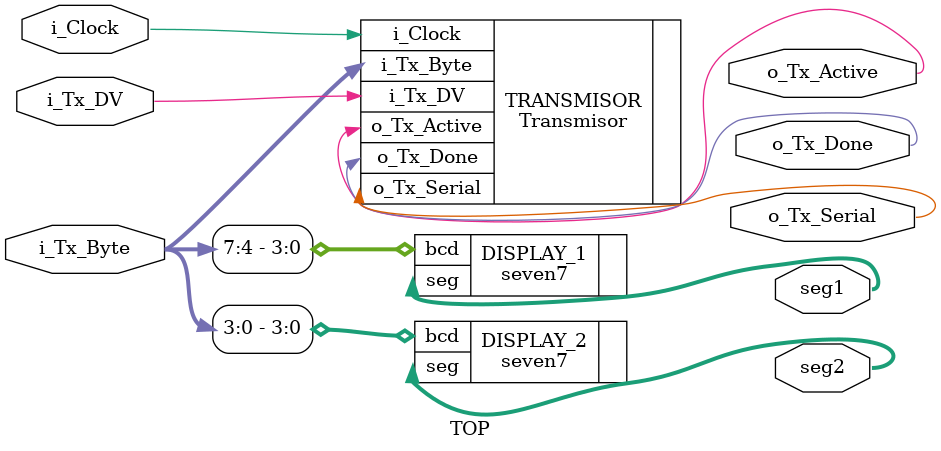
<source format=v>
module TOP(
	input       i_Clock,
   input       i_Tx_DV,
   input [7:0] i_Tx_Byte, 
   output      o_Tx_Active,
   output	   o_Tx_Serial,
   output      o_Tx_Done,
	
	output [6:0] seg1,
	output [6:0] seg2
);

parameter CLKS_PER_BIT = 5208;

Transmisor #(.CLKS_PER_BIT(CLKS_PER_BIT)) TRANSMISOR(
	.i_Clock(i_Clock),
   .i_Tx_DV(i_Tx_DV),
   .i_Tx_Byte(i_Tx_Byte), 
   .o_Tx_Active(o_Tx_Active),
   .o_Tx_Serial(o_Tx_Serial),
   .o_Tx_Done(o_Tx_Done)
);

seven7 DISPLAY_1(
	.bcd(i_Tx_Byte[7:4]),
	.seg(seg1)

);

seven7 DISPLAY_2(
	.bcd(i_Tx_Byte[3:0]),
	.seg(seg2)

);

endmodule
</source>
